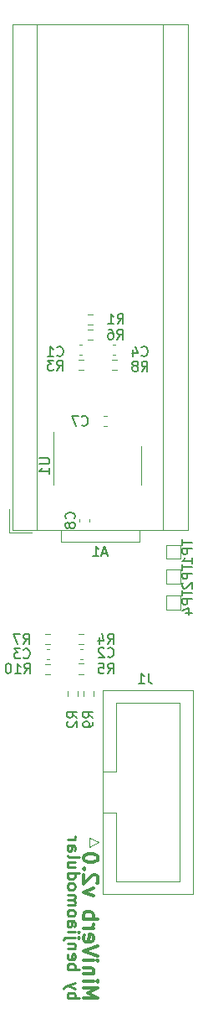
<source format=gbr>
%TF.GenerationSoftware,KiCad,Pcbnew,6.0.10+dfsg-1~bpo11+1*%
%TF.CreationDate,2023-02-01T15:11:05+08:00*%
%TF.ProjectId,MiniVerb v2.0 - Main,4d696e69-5665-4726-9220-76322e30202d,rev?*%
%TF.SameCoordinates,Original*%
%TF.FileFunction,Legend,Bot*%
%TF.FilePolarity,Positive*%
%FSLAX46Y46*%
G04 Gerber Fmt 4.6, Leading zero omitted, Abs format (unit mm)*
G04 Created by KiCad (PCBNEW 6.0.10+dfsg-1~bpo11+1) date 2023-02-01 15:11:05*
%MOMM*%
%LPD*%
G01*
G04 APERTURE LIST*
%ADD10C,0.250000*%
%ADD11C,0.300000*%
%ADD12C,0.150000*%
%ADD13C,0.120000*%
G04 APERTURE END LIST*
D10*
X131867142Y-161745714D02*
X133067142Y-161745714D01*
X132610000Y-161745714D02*
X132667142Y-161631428D01*
X132667142Y-161402857D01*
X132610000Y-161288571D01*
X132552857Y-161231428D01*
X132438571Y-161174285D01*
X132095714Y-161174285D01*
X131981428Y-161231428D01*
X131924285Y-161288571D01*
X131867142Y-161402857D01*
X131867142Y-161631428D01*
X131924285Y-161745714D01*
X132667142Y-160774285D02*
X131867142Y-160488571D01*
X132667142Y-160202857D02*
X131867142Y-160488571D01*
X131581428Y-160602857D01*
X131524285Y-160660000D01*
X131467142Y-160774285D01*
X131867142Y-158831428D02*
X133067142Y-158831428D01*
X132610000Y-158831428D02*
X132667142Y-158717142D01*
X132667142Y-158488571D01*
X132610000Y-158374285D01*
X132552857Y-158317142D01*
X132438571Y-158260000D01*
X132095714Y-158260000D01*
X131981428Y-158317142D01*
X131924285Y-158374285D01*
X131867142Y-158488571D01*
X131867142Y-158717142D01*
X131924285Y-158831428D01*
X131924285Y-157288571D02*
X131867142Y-157402857D01*
X131867142Y-157631428D01*
X131924285Y-157745714D01*
X132038571Y-157802857D01*
X132495714Y-157802857D01*
X132610000Y-157745714D01*
X132667142Y-157631428D01*
X132667142Y-157402857D01*
X132610000Y-157288571D01*
X132495714Y-157231428D01*
X132381428Y-157231428D01*
X132267142Y-157802857D01*
X132667142Y-156717142D02*
X131867142Y-156717142D01*
X132552857Y-156717142D02*
X132610000Y-156660000D01*
X132667142Y-156545714D01*
X132667142Y-156374285D01*
X132610000Y-156260000D01*
X132495714Y-156202857D01*
X131867142Y-156202857D01*
X132667142Y-155631428D02*
X131638571Y-155631428D01*
X131524285Y-155688571D01*
X131467142Y-155802857D01*
X131467142Y-155860000D01*
X133067142Y-155631428D02*
X133010000Y-155688571D01*
X132952857Y-155631428D01*
X133010000Y-155574285D01*
X133067142Y-155631428D01*
X132952857Y-155631428D01*
X131867142Y-155060000D02*
X132667142Y-155060000D01*
X133067142Y-155060000D02*
X133010000Y-155117142D01*
X132952857Y-155060000D01*
X133010000Y-155002857D01*
X133067142Y-155060000D01*
X132952857Y-155060000D01*
X131867142Y-153974285D02*
X132495714Y-153974285D01*
X132610000Y-154031428D01*
X132667142Y-154145714D01*
X132667142Y-154374285D01*
X132610000Y-154488571D01*
X131924285Y-153974285D02*
X131867142Y-154088571D01*
X131867142Y-154374285D01*
X131924285Y-154488571D01*
X132038571Y-154545714D01*
X132152857Y-154545714D01*
X132267142Y-154488571D01*
X132324285Y-154374285D01*
X132324285Y-154088571D01*
X132381428Y-153974285D01*
X131867142Y-153231428D02*
X131924285Y-153345714D01*
X131981428Y-153402857D01*
X132095714Y-153460000D01*
X132438571Y-153460000D01*
X132552857Y-153402857D01*
X132610000Y-153345714D01*
X132667142Y-153231428D01*
X132667142Y-153060000D01*
X132610000Y-152945714D01*
X132552857Y-152888571D01*
X132438571Y-152831428D01*
X132095714Y-152831428D01*
X131981428Y-152888571D01*
X131924285Y-152945714D01*
X131867142Y-153060000D01*
X131867142Y-153231428D01*
X131867142Y-152317142D02*
X132667142Y-152317142D01*
X132552857Y-152317142D02*
X132610000Y-152260000D01*
X132667142Y-152145714D01*
X132667142Y-151974285D01*
X132610000Y-151860000D01*
X132495714Y-151802857D01*
X131867142Y-151802857D01*
X132495714Y-151802857D02*
X132610000Y-151745714D01*
X132667142Y-151631428D01*
X132667142Y-151460000D01*
X132610000Y-151345714D01*
X132495714Y-151288571D01*
X131867142Y-151288571D01*
X131867142Y-150545714D02*
X131924285Y-150660000D01*
X131981428Y-150717142D01*
X132095714Y-150774285D01*
X132438571Y-150774285D01*
X132552857Y-150717142D01*
X132610000Y-150660000D01*
X132667142Y-150545714D01*
X132667142Y-150374285D01*
X132610000Y-150260000D01*
X132552857Y-150202857D01*
X132438571Y-150145714D01*
X132095714Y-150145714D01*
X131981428Y-150202857D01*
X131924285Y-150260000D01*
X131867142Y-150374285D01*
X131867142Y-150545714D01*
X131867142Y-149117142D02*
X133067142Y-149117142D01*
X131924285Y-149117142D02*
X131867142Y-149231428D01*
X131867142Y-149460000D01*
X131924285Y-149574285D01*
X131981428Y-149631428D01*
X132095714Y-149688571D01*
X132438571Y-149688571D01*
X132552857Y-149631428D01*
X132610000Y-149574285D01*
X132667142Y-149460000D01*
X132667142Y-149231428D01*
X132610000Y-149117142D01*
X132667142Y-148031428D02*
X131867142Y-148031428D01*
X132667142Y-148545714D02*
X132038571Y-148545714D01*
X131924285Y-148488571D01*
X131867142Y-148374285D01*
X131867142Y-148202857D01*
X131924285Y-148088571D01*
X131981428Y-148031428D01*
X131867142Y-147288571D02*
X131924285Y-147402857D01*
X132038571Y-147460000D01*
X133067142Y-147460000D01*
X131867142Y-146317142D02*
X132495714Y-146317142D01*
X132610000Y-146374285D01*
X132667142Y-146488571D01*
X132667142Y-146717142D01*
X132610000Y-146831428D01*
X131924285Y-146317142D02*
X131867142Y-146431428D01*
X131867142Y-146717142D01*
X131924285Y-146831428D01*
X132038571Y-146888571D01*
X132152857Y-146888571D01*
X132267142Y-146831428D01*
X132324285Y-146717142D01*
X132324285Y-146431428D01*
X132381428Y-146317142D01*
X131867142Y-145745714D02*
X132667142Y-145745714D01*
X132438571Y-145745714D02*
X132552857Y-145688571D01*
X132610000Y-145631428D01*
X132667142Y-145517142D01*
X132667142Y-145402857D01*
D11*
X133481428Y-161735000D02*
X134981428Y-161735000D01*
X133910000Y-161235000D01*
X134981428Y-160735000D01*
X133481428Y-160735000D01*
X133481428Y-160020714D02*
X134481428Y-160020714D01*
X134981428Y-160020714D02*
X134910000Y-160092142D01*
X134838571Y-160020714D01*
X134910000Y-159949285D01*
X134981428Y-160020714D01*
X134838571Y-160020714D01*
X134481428Y-159306428D02*
X133481428Y-159306428D01*
X134338571Y-159306428D02*
X134410000Y-159235000D01*
X134481428Y-159092142D01*
X134481428Y-158877857D01*
X134410000Y-158735000D01*
X134267142Y-158663571D01*
X133481428Y-158663571D01*
X133481428Y-157949285D02*
X134481428Y-157949285D01*
X134981428Y-157949285D02*
X134910000Y-158020714D01*
X134838571Y-157949285D01*
X134910000Y-157877857D01*
X134981428Y-157949285D01*
X134838571Y-157949285D01*
X134981428Y-157449285D02*
X133481428Y-156949285D01*
X134981428Y-156449285D01*
X133552857Y-155377857D02*
X133481428Y-155520714D01*
X133481428Y-155806428D01*
X133552857Y-155949285D01*
X133695714Y-156020714D01*
X134267142Y-156020714D01*
X134410000Y-155949285D01*
X134481428Y-155806428D01*
X134481428Y-155520714D01*
X134410000Y-155377857D01*
X134267142Y-155306428D01*
X134124285Y-155306428D01*
X133981428Y-156020714D01*
X133481428Y-154663571D02*
X134481428Y-154663571D01*
X134195714Y-154663571D02*
X134338571Y-154592142D01*
X134410000Y-154520714D01*
X134481428Y-154377857D01*
X134481428Y-154235000D01*
X133481428Y-153735000D02*
X134981428Y-153735000D01*
X134410000Y-153735000D02*
X134481428Y-153592142D01*
X134481428Y-153306428D01*
X134410000Y-153163571D01*
X134338571Y-153092142D01*
X134195714Y-153020714D01*
X133767142Y-153020714D01*
X133624285Y-153092142D01*
X133552857Y-153163571D01*
X133481428Y-153306428D01*
X133481428Y-153592142D01*
X133552857Y-153735000D01*
X134481428Y-151377857D02*
X133481428Y-151020714D01*
X134481428Y-150663571D01*
X134838571Y-150163571D02*
X134910000Y-150092142D01*
X134981428Y-149949285D01*
X134981428Y-149592142D01*
X134910000Y-149449285D01*
X134838571Y-149377857D01*
X134695714Y-149306428D01*
X134552857Y-149306428D01*
X134338571Y-149377857D01*
X133481428Y-150235000D01*
X133481428Y-149306428D01*
X133624285Y-148663571D02*
X133552857Y-148592142D01*
X133481428Y-148663571D01*
X133552857Y-148735000D01*
X133624285Y-148663571D01*
X133481428Y-148663571D01*
X134981428Y-147663571D02*
X134981428Y-147520714D01*
X134910000Y-147377857D01*
X134838571Y-147306428D01*
X134695714Y-147235000D01*
X134410000Y-147163571D01*
X134052857Y-147163571D01*
X133767142Y-147235000D01*
X133624285Y-147306428D01*
X133552857Y-147377857D01*
X133481428Y-147520714D01*
X133481428Y-147663571D01*
X133552857Y-147806428D01*
X133624285Y-147877857D01*
X133767142Y-147949285D01*
X134052857Y-148020714D01*
X134410000Y-148020714D01*
X134695714Y-147949285D01*
X134838571Y-147877857D01*
X134910000Y-147806428D01*
X134981428Y-147663571D01*
D12*
%TO.C,R9*%
X134452380Y-133433333D02*
X133976190Y-133100000D01*
X134452380Y-132861904D02*
X133452380Y-132861904D01*
X133452380Y-133242857D01*
X133500000Y-133338095D01*
X133547619Y-133385714D01*
X133642857Y-133433333D01*
X133785714Y-133433333D01*
X133880952Y-133385714D01*
X133928571Y-133338095D01*
X133976190Y-133242857D01*
X133976190Y-132861904D01*
X134452380Y-133909523D02*
X134452380Y-134100000D01*
X134404761Y-134195238D01*
X134357142Y-134242857D01*
X134214285Y-134338095D01*
X134023809Y-134385714D01*
X133642857Y-134385714D01*
X133547619Y-134338095D01*
X133500000Y-134290476D01*
X133452380Y-134195238D01*
X133452380Y-134004761D01*
X133500000Y-133909523D01*
X133547619Y-133861904D01*
X133642857Y-133814285D01*
X133880952Y-133814285D01*
X133976190Y-133861904D01*
X134023809Y-133909523D01*
X134071428Y-134004761D01*
X134071428Y-134195238D01*
X134023809Y-134290476D01*
X133976190Y-134338095D01*
X133880952Y-134385714D01*
%TO.C,C7*%
X133316666Y-103857142D02*
X133364285Y-103904761D01*
X133507142Y-103952380D01*
X133602380Y-103952380D01*
X133745238Y-103904761D01*
X133840476Y-103809523D01*
X133888095Y-103714285D01*
X133935714Y-103523809D01*
X133935714Y-103380952D01*
X133888095Y-103190476D01*
X133840476Y-103095238D01*
X133745238Y-103000000D01*
X133602380Y-102952380D01*
X133507142Y-102952380D01*
X133364285Y-103000000D01*
X133316666Y-103047619D01*
X132983333Y-102952380D02*
X132316666Y-102952380D01*
X132745238Y-103952380D01*
%TO.C,C8*%
X132557142Y-113333333D02*
X132604761Y-113285714D01*
X132652380Y-113142857D01*
X132652380Y-113047619D01*
X132604761Y-112904761D01*
X132509523Y-112809523D01*
X132414285Y-112761904D01*
X132223809Y-112714285D01*
X132080952Y-112714285D01*
X131890476Y-112761904D01*
X131795238Y-112809523D01*
X131700000Y-112904761D01*
X131652380Y-113047619D01*
X131652380Y-113142857D01*
X131700000Y-113285714D01*
X131747619Y-113333333D01*
X132080952Y-113904761D02*
X132033333Y-113809523D01*
X131985714Y-113761904D01*
X131890476Y-113714285D01*
X131842857Y-113714285D01*
X131747619Y-113761904D01*
X131700000Y-113809523D01*
X131652380Y-113904761D01*
X131652380Y-114095238D01*
X131700000Y-114190476D01*
X131747619Y-114238095D01*
X131842857Y-114285714D01*
X131890476Y-114285714D01*
X131985714Y-114238095D01*
X132033333Y-114190476D01*
X132080952Y-114095238D01*
X132080952Y-113904761D01*
X132128571Y-113809523D01*
X132176190Y-113761904D01*
X132271428Y-113714285D01*
X132461904Y-113714285D01*
X132557142Y-113761904D01*
X132604761Y-113809523D01*
X132652380Y-113904761D01*
X132652380Y-114095238D01*
X132604761Y-114190476D01*
X132557142Y-114238095D01*
X132461904Y-114285714D01*
X132271428Y-114285714D01*
X132176190Y-114238095D01*
X132128571Y-114190476D01*
X132080952Y-114095238D01*
%TO.C,TP4*%
X143500380Y-120538095D02*
X143500380Y-121109523D01*
X144500380Y-120823809D02*
X143500380Y-120823809D01*
X144500380Y-121442857D02*
X143500380Y-121442857D01*
X143500380Y-121823809D01*
X143548000Y-121919047D01*
X143595619Y-121966666D01*
X143690857Y-122014285D01*
X143833714Y-122014285D01*
X143928952Y-121966666D01*
X143976571Y-121919047D01*
X144024190Y-121823809D01*
X144024190Y-121442857D01*
X143833714Y-122871428D02*
X144500380Y-122871428D01*
X143452761Y-122633333D02*
X144167047Y-122395238D01*
X144167047Y-123014285D01*
%TO.C,C2*%
X135954166Y-127257142D02*
X136001785Y-127304761D01*
X136144642Y-127352380D01*
X136239880Y-127352380D01*
X136382738Y-127304761D01*
X136477976Y-127209523D01*
X136525595Y-127114285D01*
X136573214Y-126923809D01*
X136573214Y-126780952D01*
X136525595Y-126590476D01*
X136477976Y-126495238D01*
X136382738Y-126400000D01*
X136239880Y-126352380D01*
X136144642Y-126352380D01*
X136001785Y-126400000D01*
X135954166Y-126447619D01*
X135573214Y-126447619D02*
X135525595Y-126400000D01*
X135430357Y-126352380D01*
X135192261Y-126352380D01*
X135097023Y-126400000D01*
X135049404Y-126447619D01*
X135001785Y-126542857D01*
X135001785Y-126638095D01*
X135049404Y-126780952D01*
X135620833Y-127352380D01*
X135001785Y-127352380D01*
%TO.C,R1*%
X136946666Y-93660380D02*
X137280000Y-93184190D01*
X137518095Y-93660380D02*
X137518095Y-92660380D01*
X137137142Y-92660380D01*
X137041904Y-92708000D01*
X136994285Y-92755619D01*
X136946666Y-92850857D01*
X136946666Y-92993714D01*
X136994285Y-93088952D01*
X137041904Y-93136571D01*
X137137142Y-93184190D01*
X137518095Y-93184190D01*
X135994285Y-93660380D02*
X136565714Y-93660380D01*
X136280000Y-93660380D02*
X136280000Y-92660380D01*
X136375238Y-92803238D01*
X136470476Y-92898476D01*
X136565714Y-92946095D01*
%TO.C,TP1*%
X143500380Y-115438095D02*
X143500380Y-116009523D01*
X144500380Y-115723809D02*
X143500380Y-115723809D01*
X144500380Y-116342857D02*
X143500380Y-116342857D01*
X143500380Y-116723809D01*
X143548000Y-116819047D01*
X143595619Y-116866666D01*
X143690857Y-116914285D01*
X143833714Y-116914285D01*
X143928952Y-116866666D01*
X143976571Y-116819047D01*
X144024190Y-116723809D01*
X144024190Y-116342857D01*
X144500380Y-117866666D02*
X144500380Y-117295238D01*
X144500380Y-117580952D02*
X143500380Y-117580952D01*
X143643238Y-117485714D01*
X143738476Y-117390476D01*
X143786095Y-117295238D01*
%TO.C,U1*%
X129046380Y-107228095D02*
X129855904Y-107228095D01*
X129951142Y-107275714D01*
X129998761Y-107323333D01*
X130046380Y-107418571D01*
X130046380Y-107609047D01*
X129998761Y-107704285D01*
X129951142Y-107751904D01*
X129855904Y-107799523D01*
X129046380Y-107799523D01*
X130046380Y-108799523D02*
X130046380Y-108228095D01*
X130046380Y-108513809D02*
X129046380Y-108513809D01*
X129189238Y-108418571D01*
X129284476Y-108323333D01*
X129332095Y-108228095D01*
%TO.C,TP2*%
X143500380Y-117938095D02*
X143500380Y-118509523D01*
X144500380Y-118223809D02*
X143500380Y-118223809D01*
X144500380Y-118842857D02*
X143500380Y-118842857D01*
X143500380Y-119223809D01*
X143548000Y-119319047D01*
X143595619Y-119366666D01*
X143690857Y-119414285D01*
X143833714Y-119414285D01*
X143928952Y-119366666D01*
X143976571Y-119319047D01*
X144024190Y-119223809D01*
X144024190Y-118842857D01*
X143595619Y-119795238D02*
X143548000Y-119842857D01*
X143500380Y-119938095D01*
X143500380Y-120176190D01*
X143548000Y-120271428D01*
X143595619Y-120319047D01*
X143690857Y-120366666D01*
X143786095Y-120366666D01*
X143928952Y-120319047D01*
X144500380Y-119747619D01*
X144500380Y-120366666D01*
%TO.C,R3*%
X130796666Y-98352380D02*
X131130000Y-97876190D01*
X131368095Y-98352380D02*
X131368095Y-97352380D01*
X130987142Y-97352380D01*
X130891904Y-97400000D01*
X130844285Y-97447619D01*
X130796666Y-97542857D01*
X130796666Y-97685714D01*
X130844285Y-97780952D01*
X130891904Y-97828571D01*
X130987142Y-97876190D01*
X131368095Y-97876190D01*
X130463333Y-97352380D02*
X129844285Y-97352380D01*
X130177619Y-97733333D01*
X130034761Y-97733333D01*
X129939523Y-97780952D01*
X129891904Y-97828571D01*
X129844285Y-97923809D01*
X129844285Y-98161904D01*
X129891904Y-98257142D01*
X129939523Y-98304761D01*
X130034761Y-98352380D01*
X130320476Y-98352380D01*
X130415714Y-98304761D01*
X130463333Y-98257142D01*
%TO.C,J1*%
X140093333Y-128952380D02*
X140093333Y-129666666D01*
X140140952Y-129809523D01*
X140236190Y-129904761D01*
X140379047Y-129952380D01*
X140474285Y-129952380D01*
X139093333Y-129952380D02*
X139664761Y-129952380D01*
X139379047Y-129952380D02*
X139379047Y-128952380D01*
X139474285Y-129095238D01*
X139569523Y-129190476D01*
X139664761Y-129238095D01*
%TO.C,C3*%
X127429166Y-127357142D02*
X127476785Y-127404761D01*
X127619642Y-127452380D01*
X127714880Y-127452380D01*
X127857738Y-127404761D01*
X127952976Y-127309523D01*
X128000595Y-127214285D01*
X128048214Y-127023809D01*
X128048214Y-126880952D01*
X128000595Y-126690476D01*
X127952976Y-126595238D01*
X127857738Y-126500000D01*
X127714880Y-126452380D01*
X127619642Y-126452380D01*
X127476785Y-126500000D01*
X127429166Y-126547619D01*
X127095833Y-126452380D02*
X126476785Y-126452380D01*
X126810119Y-126833333D01*
X126667261Y-126833333D01*
X126572023Y-126880952D01*
X126524404Y-126928571D01*
X126476785Y-127023809D01*
X126476785Y-127261904D01*
X126524404Y-127357142D01*
X126572023Y-127404761D01*
X126667261Y-127452380D01*
X126952976Y-127452380D01*
X127048214Y-127404761D01*
X127095833Y-127357142D01*
%TO.C,R8*%
X139396666Y-98452380D02*
X139730000Y-97976190D01*
X139968095Y-98452380D02*
X139968095Y-97452380D01*
X139587142Y-97452380D01*
X139491904Y-97500000D01*
X139444285Y-97547619D01*
X139396666Y-97642857D01*
X139396666Y-97785714D01*
X139444285Y-97880952D01*
X139491904Y-97928571D01*
X139587142Y-97976190D01*
X139968095Y-97976190D01*
X138825238Y-97880952D02*
X138920476Y-97833333D01*
X138968095Y-97785714D01*
X139015714Y-97690476D01*
X139015714Y-97642857D01*
X138968095Y-97547619D01*
X138920476Y-97500000D01*
X138825238Y-97452380D01*
X138634761Y-97452380D01*
X138539523Y-97500000D01*
X138491904Y-97547619D01*
X138444285Y-97642857D01*
X138444285Y-97690476D01*
X138491904Y-97785714D01*
X138539523Y-97833333D01*
X138634761Y-97880952D01*
X138825238Y-97880952D01*
X138920476Y-97928571D01*
X138968095Y-97976190D01*
X139015714Y-98071428D01*
X139015714Y-98261904D01*
X138968095Y-98357142D01*
X138920476Y-98404761D01*
X138825238Y-98452380D01*
X138634761Y-98452380D01*
X138539523Y-98404761D01*
X138491904Y-98357142D01*
X138444285Y-98261904D01*
X138444285Y-98071428D01*
X138491904Y-97976190D01*
X138539523Y-97928571D01*
X138634761Y-97880952D01*
%TO.C,A1*%
X135895218Y-116816666D02*
X135419028Y-116816666D01*
X135990456Y-117102380D02*
X135657123Y-116102380D01*
X135323790Y-117102380D01*
X134466647Y-117102380D02*
X135038075Y-117102380D01*
X134752361Y-117102380D02*
X134752361Y-116102380D01*
X134847599Y-116245238D01*
X134942837Y-116340476D01*
X135038075Y-116388095D01*
%TO.C,R6*%
X136906666Y-95232380D02*
X137240000Y-94756190D01*
X137478095Y-95232380D02*
X137478095Y-94232380D01*
X137097142Y-94232380D01*
X137001904Y-94280000D01*
X136954285Y-94327619D01*
X136906666Y-94422857D01*
X136906666Y-94565714D01*
X136954285Y-94660952D01*
X137001904Y-94708571D01*
X137097142Y-94756190D01*
X137478095Y-94756190D01*
X136049523Y-94232380D02*
X136240000Y-94232380D01*
X136335238Y-94280000D01*
X136382857Y-94327619D01*
X136478095Y-94470476D01*
X136525714Y-94660952D01*
X136525714Y-95041904D01*
X136478095Y-95137142D01*
X136430476Y-95184761D01*
X136335238Y-95232380D01*
X136144761Y-95232380D01*
X136049523Y-95184761D01*
X136001904Y-95137142D01*
X135954285Y-95041904D01*
X135954285Y-94803809D01*
X136001904Y-94708571D01*
X136049523Y-94660952D01*
X136144761Y-94613333D01*
X136335238Y-94613333D01*
X136430476Y-94660952D01*
X136478095Y-94708571D01*
X136525714Y-94803809D01*
%TO.C,R2*%
X132852380Y-133433333D02*
X132376190Y-133100000D01*
X132852380Y-132861904D02*
X131852380Y-132861904D01*
X131852380Y-133242857D01*
X131900000Y-133338095D01*
X131947619Y-133385714D01*
X132042857Y-133433333D01*
X132185714Y-133433333D01*
X132280952Y-133385714D01*
X132328571Y-133338095D01*
X132376190Y-133242857D01*
X132376190Y-132861904D01*
X131947619Y-133814285D02*
X131900000Y-133861904D01*
X131852380Y-133957142D01*
X131852380Y-134195238D01*
X131900000Y-134290476D01*
X131947619Y-134338095D01*
X132042857Y-134385714D01*
X132138095Y-134385714D01*
X132280952Y-134338095D01*
X132852380Y-133766666D01*
X132852380Y-134385714D01*
%TO.C,R4*%
X135954166Y-125952380D02*
X136287500Y-125476190D01*
X136525595Y-125952380D02*
X136525595Y-124952380D01*
X136144642Y-124952380D01*
X136049404Y-125000000D01*
X136001785Y-125047619D01*
X135954166Y-125142857D01*
X135954166Y-125285714D01*
X136001785Y-125380952D01*
X136049404Y-125428571D01*
X136144642Y-125476190D01*
X136525595Y-125476190D01*
X135097023Y-125285714D02*
X135097023Y-125952380D01*
X135335119Y-124904761D02*
X135573214Y-125619047D01*
X134954166Y-125619047D01*
%TO.C,C1*%
X130821666Y-96857142D02*
X130869285Y-96904761D01*
X131012142Y-96952380D01*
X131107380Y-96952380D01*
X131250238Y-96904761D01*
X131345476Y-96809523D01*
X131393095Y-96714285D01*
X131440714Y-96523809D01*
X131440714Y-96380952D01*
X131393095Y-96190476D01*
X131345476Y-96095238D01*
X131250238Y-96000000D01*
X131107380Y-95952380D01*
X131012142Y-95952380D01*
X130869285Y-96000000D01*
X130821666Y-96047619D01*
X129869285Y-96952380D02*
X130440714Y-96952380D01*
X130155000Y-96952380D02*
X130155000Y-95952380D01*
X130250238Y-96095238D01*
X130345476Y-96190476D01*
X130440714Y-96238095D01*
%TO.C,R7*%
X127416666Y-125952380D02*
X127750000Y-125476190D01*
X127988095Y-125952380D02*
X127988095Y-124952380D01*
X127607142Y-124952380D01*
X127511904Y-125000000D01*
X127464285Y-125047619D01*
X127416666Y-125142857D01*
X127416666Y-125285714D01*
X127464285Y-125380952D01*
X127511904Y-125428571D01*
X127607142Y-125476190D01*
X127988095Y-125476190D01*
X127083333Y-124952380D02*
X126416666Y-124952380D01*
X126845238Y-125952380D01*
%TO.C,C4*%
X139386666Y-96857142D02*
X139434285Y-96904761D01*
X139577142Y-96952380D01*
X139672380Y-96952380D01*
X139815238Y-96904761D01*
X139910476Y-96809523D01*
X139958095Y-96714285D01*
X140005714Y-96523809D01*
X140005714Y-96380952D01*
X139958095Y-96190476D01*
X139910476Y-96095238D01*
X139815238Y-96000000D01*
X139672380Y-95952380D01*
X139577142Y-95952380D01*
X139434285Y-96000000D01*
X139386666Y-96047619D01*
X138529523Y-96285714D02*
X138529523Y-96952380D01*
X138767619Y-95904761D02*
X139005714Y-96619047D01*
X138386666Y-96619047D01*
%TO.C,R10*%
X127495357Y-128960380D02*
X127828690Y-128484190D01*
X128066785Y-128960380D02*
X128066785Y-127960380D01*
X127685833Y-127960380D01*
X127590595Y-128008000D01*
X127542976Y-128055619D01*
X127495357Y-128150857D01*
X127495357Y-128293714D01*
X127542976Y-128388952D01*
X127590595Y-128436571D01*
X127685833Y-128484190D01*
X128066785Y-128484190D01*
X126542976Y-128960380D02*
X127114404Y-128960380D01*
X126828690Y-128960380D02*
X126828690Y-127960380D01*
X126923928Y-128103238D01*
X127019166Y-128198476D01*
X127114404Y-128246095D01*
X125923928Y-127960380D02*
X125828690Y-127960380D01*
X125733452Y-128008000D01*
X125685833Y-128055619D01*
X125638214Y-128150857D01*
X125590595Y-128341333D01*
X125590595Y-128579428D01*
X125638214Y-128769904D01*
X125685833Y-128865142D01*
X125733452Y-128912761D01*
X125828690Y-128960380D01*
X125923928Y-128960380D01*
X126019166Y-128912761D01*
X126066785Y-128865142D01*
X126114404Y-128769904D01*
X126162023Y-128579428D01*
X126162023Y-128341333D01*
X126114404Y-128150857D01*
X126066785Y-128055619D01*
X126019166Y-128008000D01*
X125923928Y-127960380D01*
%TO.C,R5*%
X135954166Y-128952380D02*
X136287500Y-128476190D01*
X136525595Y-128952380D02*
X136525595Y-127952380D01*
X136144642Y-127952380D01*
X136049404Y-128000000D01*
X136001785Y-128047619D01*
X135954166Y-128142857D01*
X135954166Y-128285714D01*
X136001785Y-128380952D01*
X136049404Y-128428571D01*
X136144642Y-128476190D01*
X136525595Y-128476190D01*
X135049404Y-127952380D02*
X135525595Y-127952380D01*
X135573214Y-128428571D01*
X135525595Y-128380952D01*
X135430357Y-128333333D01*
X135192261Y-128333333D01*
X135097023Y-128380952D01*
X135049404Y-128428571D01*
X135001785Y-128523809D01*
X135001785Y-128761904D01*
X135049404Y-128857142D01*
X135097023Y-128904761D01*
X135192261Y-128952380D01*
X135430357Y-128952380D01*
X135525595Y-128904761D01*
X135573214Y-128857142D01*
D13*
%TO.C,R9*%
X134522500Y-131254724D02*
X134522500Y-130745276D01*
X133477500Y-131254724D02*
X133477500Y-130745276D01*
%TO.C,C7*%
X135573733Y-104010000D02*
X135866267Y-104010000D01*
X135573733Y-102990000D02*
X135866267Y-102990000D01*
%TO.C,C8*%
X133090000Y-113646267D02*
X133090000Y-113353733D01*
X134110000Y-113646267D02*
X134110000Y-113353733D01*
%TO.C,TP4*%
X143300000Y-121100000D02*
X141900000Y-121100000D01*
X141900000Y-121100000D02*
X141900000Y-122500000D01*
X143300000Y-122500000D02*
X143300000Y-121100000D01*
X141900000Y-122500000D02*
X143300000Y-122500000D01*
%TO.C,C2*%
X133433767Y-126490000D02*
X133141233Y-126490000D01*
X133433767Y-127510000D02*
X133141233Y-127510000D01*
%TO.C,R1*%
X134454724Y-93740500D02*
X133945276Y-93740500D01*
X134454724Y-92695500D02*
X133945276Y-92695500D01*
%TO.C,TP1*%
X141900000Y-116000000D02*
X141900000Y-117400000D01*
X143300000Y-117400000D02*
X143300000Y-116000000D01*
X141900000Y-117400000D02*
X143300000Y-117400000D01*
X143300000Y-116000000D02*
X141900000Y-116000000D01*
%TO.C,U1*%
X139309000Y-107990000D02*
X139309000Y-106040000D01*
X130439000Y-107990000D02*
X130439000Y-104540000D01*
X130439000Y-107990000D02*
X130439000Y-109940000D01*
X139309000Y-107990000D02*
X139309000Y-109940000D01*
%TO.C,TP2*%
X143300000Y-118500000D02*
X141900000Y-118500000D01*
X143300000Y-119900000D02*
X143300000Y-118500000D01*
X141900000Y-118500000D02*
X141900000Y-119900000D01*
X141900000Y-119900000D02*
X143300000Y-119900000D01*
%TO.C,R3*%
X132975276Y-98327500D02*
X133484724Y-98327500D01*
X132975276Y-97282500D02*
X133484724Y-97282500D01*
%TO.C,J1*%
X136767500Y-138881000D02*
X135457500Y-138881000D01*
X135067500Y-146011000D02*
X134067500Y-146511000D01*
X135457500Y-130641000D02*
X135457500Y-151221000D01*
X136767500Y-149921000D02*
X143267500Y-149921000D01*
X144577500Y-151221000D02*
X144577500Y-130641000D01*
X135457500Y-151221000D02*
X144577500Y-151221000D01*
X143267500Y-131941000D02*
X136767500Y-131941000D01*
X144577500Y-130641000D02*
X135457500Y-130641000D01*
X134067500Y-146511000D02*
X134067500Y-145511000D01*
X143267500Y-149921000D02*
X143267500Y-131941000D01*
X134067500Y-145511000D02*
X135067500Y-146011000D01*
X136767500Y-138881000D02*
X136767500Y-138881000D01*
X136767500Y-131941000D02*
X136767500Y-138881000D01*
X135457500Y-142981000D02*
X136767500Y-142981000D01*
X136767500Y-142981000D02*
X136767500Y-149921000D01*
%TO.C,C3*%
X129753733Y-126490000D02*
X130046267Y-126490000D01*
X129753733Y-127510000D02*
X130046267Y-127510000D01*
%TO.C,R8*%
X136864724Y-97277500D02*
X136355276Y-97277500D01*
X136864724Y-98322500D02*
X136355276Y-98322500D01*
%TO.C,A1*%
X126280933Y-63450000D02*
X126280933Y-114450000D01*
X125980933Y-114750000D02*
X125980933Y-112350000D01*
X126280933Y-114450000D02*
X144080933Y-114450000D01*
X128280933Y-114750000D02*
X125980933Y-114750000D01*
X131180933Y-115650000D02*
X139180933Y-115650000D01*
X128760933Y-114450000D02*
X128760933Y-63450000D01*
X139180933Y-115650000D02*
X139180933Y-114450000D01*
X131180933Y-114450000D02*
X131180933Y-115650000D01*
X141560933Y-114450000D02*
X141560933Y-63450000D01*
X144080933Y-63450000D02*
X126280933Y-63450000D01*
X144080933Y-114450000D02*
X144080933Y-63450000D01*
%TO.C,R6*%
X134444724Y-94227500D02*
X133935276Y-94227500D01*
X134444724Y-95272500D02*
X133935276Y-95272500D01*
%TO.C,R2*%
X132922500Y-130745276D02*
X132922500Y-131254724D01*
X131877500Y-130745276D02*
X131877500Y-131254724D01*
%TO.C,R4*%
X133542224Y-124977500D02*
X133032776Y-124977500D01*
X133542224Y-126022500D02*
X133032776Y-126022500D01*
%TO.C,C1*%
X133083733Y-96790000D02*
X133376267Y-96790000D01*
X133083733Y-95770000D02*
X133376267Y-95770000D01*
%TO.C,R7*%
X129645276Y-124977500D02*
X130154724Y-124977500D01*
X129645276Y-126022500D02*
X130154724Y-126022500D01*
%TO.C,C4*%
X136746267Y-96780000D02*
X136453733Y-96780000D01*
X136746267Y-95760000D02*
X136453733Y-95760000D01*
%TO.C,R10*%
X129647776Y-127985500D02*
X130157224Y-127985500D01*
X129647776Y-129030500D02*
X130157224Y-129030500D01*
%TO.C,R5*%
X133032776Y-129022500D02*
X133542224Y-129022500D01*
X133032776Y-127977500D02*
X133542224Y-127977500D01*
%TD*%
M02*

</source>
